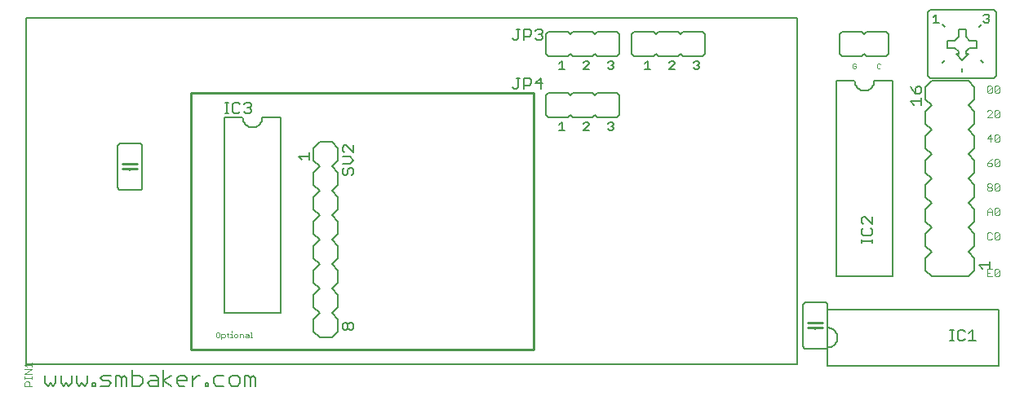
<source format=gto>
G75*
%MOIN*%
%OFA0B0*%
%FSLAX24Y24*%
%IPPOS*%
%LPD*%
%AMOC8*
5,1,8,0,0,1.08239X$1,22.5*
%
%ADD10C,0.0030*%
%ADD11C,0.0060*%
%ADD12C,0.0020*%
%ADD13C,0.0100*%
%ADD14C,0.0050*%
D10*
X000375Y002195D02*
X000375Y002340D01*
X000423Y002388D01*
X000520Y002388D01*
X000568Y002340D01*
X000568Y002195D01*
X000665Y002195D02*
X000375Y002195D01*
X000375Y002490D02*
X000375Y002586D01*
X000375Y002538D02*
X000665Y002538D01*
X000665Y002490D02*
X000665Y002586D01*
X000665Y002686D02*
X000375Y002686D01*
X000665Y002880D01*
X000375Y002880D01*
X000472Y002981D02*
X000375Y003077D01*
X000665Y003077D01*
X000665Y002981D02*
X000665Y003174D01*
X039695Y006695D02*
X039888Y006695D01*
X039990Y006743D02*
X040183Y006937D01*
X040183Y006743D01*
X040135Y006695D01*
X040038Y006695D01*
X039990Y006743D01*
X039990Y006937D01*
X040038Y006985D01*
X040135Y006985D01*
X040183Y006937D01*
X039888Y006985D02*
X039695Y006985D01*
X039695Y006695D01*
X039695Y006840D02*
X039792Y006840D01*
X039840Y008195D02*
X039888Y008243D01*
X039840Y008195D02*
X039743Y008195D01*
X039695Y008243D01*
X039695Y008437D01*
X039743Y008485D01*
X039840Y008485D01*
X039888Y008437D01*
X039990Y008437D02*
X040038Y008485D01*
X040135Y008485D01*
X040183Y008437D01*
X039990Y008243D01*
X040038Y008195D01*
X040135Y008195D01*
X040183Y008243D01*
X040183Y008437D01*
X039990Y008437D02*
X039990Y008243D01*
X040038Y009195D02*
X039990Y009243D01*
X040183Y009437D01*
X040183Y009243D01*
X040135Y009195D01*
X040038Y009195D01*
X039990Y009243D02*
X039990Y009437D01*
X040038Y009485D01*
X040135Y009485D01*
X040183Y009437D01*
X039888Y009388D02*
X039888Y009195D01*
X039888Y009340D02*
X039695Y009340D01*
X039695Y009388D02*
X039792Y009485D01*
X039888Y009388D01*
X039695Y009388D02*
X039695Y009195D01*
X039743Y010195D02*
X039695Y010243D01*
X039695Y010292D01*
X039743Y010340D01*
X039840Y010340D01*
X039888Y010292D01*
X039888Y010243D01*
X039840Y010195D01*
X039743Y010195D01*
X039743Y010340D02*
X039695Y010388D01*
X039695Y010437D01*
X039743Y010485D01*
X039840Y010485D01*
X039888Y010437D01*
X039888Y010388D01*
X039840Y010340D01*
X039990Y010243D02*
X040183Y010437D01*
X040183Y010243D01*
X040135Y010195D01*
X040038Y010195D01*
X039990Y010243D01*
X039990Y010437D01*
X040038Y010485D01*
X040135Y010485D01*
X040183Y010437D01*
X040135Y011195D02*
X040038Y011195D01*
X039990Y011243D01*
X040183Y011437D01*
X040183Y011243D01*
X040135Y011195D01*
X039990Y011243D02*
X039990Y011437D01*
X040038Y011485D01*
X040135Y011485D01*
X040183Y011437D01*
X039888Y011485D02*
X039792Y011437D01*
X039695Y011340D01*
X039840Y011340D01*
X039888Y011292D01*
X039888Y011243D01*
X039840Y011195D01*
X039743Y011195D01*
X039695Y011243D01*
X039695Y011340D01*
X039840Y012195D02*
X039840Y012485D01*
X039695Y012340D01*
X039888Y012340D01*
X039990Y012243D02*
X039990Y012437D01*
X040038Y012485D01*
X040135Y012485D01*
X040183Y012437D01*
X039990Y012243D01*
X040038Y012195D01*
X040135Y012195D01*
X040183Y012243D01*
X040183Y012437D01*
X040135Y013195D02*
X040038Y013195D01*
X039990Y013243D01*
X040183Y013437D01*
X040183Y013243D01*
X040135Y013195D01*
X039990Y013243D02*
X039990Y013437D01*
X040038Y013485D01*
X040135Y013485D01*
X040183Y013437D01*
X039888Y013437D02*
X039888Y013388D01*
X039695Y013195D01*
X039888Y013195D01*
X039888Y013437D02*
X039840Y013485D01*
X039743Y013485D01*
X039695Y013437D01*
X039743Y014195D02*
X039695Y014243D01*
X039888Y014437D01*
X039888Y014243D01*
X039840Y014195D01*
X039743Y014195D01*
X039695Y014243D02*
X039695Y014437D01*
X039743Y014485D01*
X039840Y014485D01*
X039888Y014437D01*
X039990Y014437D02*
X040038Y014485D01*
X040135Y014485D01*
X040183Y014437D01*
X039990Y014243D01*
X040038Y014195D01*
X040135Y014195D01*
X040183Y014243D01*
X040183Y014437D01*
X039990Y014437D02*
X039990Y014243D01*
D11*
X039180Y014430D02*
X039180Y013930D01*
X038930Y013680D01*
X039180Y013430D01*
X039180Y012930D01*
X038930Y012680D01*
X039180Y012430D01*
X039180Y011930D01*
X038930Y011680D01*
X039180Y011430D01*
X039180Y010930D01*
X038930Y010680D01*
X039180Y010430D01*
X039180Y009930D01*
X038930Y009680D01*
X039180Y009430D01*
X039180Y008930D01*
X038930Y008680D01*
X039180Y008430D01*
X039180Y007930D01*
X038930Y007680D01*
X039180Y007430D01*
X039180Y006930D01*
X038930Y006680D01*
X037430Y006680D01*
X037180Y006930D01*
X037180Y007430D01*
X037430Y007680D01*
X037180Y007930D01*
X037180Y008430D01*
X037430Y008680D01*
X037180Y008930D01*
X037180Y009430D01*
X037430Y009680D01*
X037180Y009930D01*
X037180Y010430D01*
X037430Y010680D01*
X037180Y010930D01*
X037180Y011430D01*
X037430Y011680D01*
X037180Y011930D01*
X037180Y012430D01*
X037430Y012680D01*
X037180Y012930D01*
X037180Y013430D01*
X037430Y013680D01*
X037180Y013930D01*
X037180Y014430D01*
X037430Y014680D01*
X038930Y014680D01*
X039180Y014430D01*
X039980Y014780D02*
X040080Y014880D01*
X040080Y017480D01*
X039980Y017580D01*
X037380Y017580D01*
X037280Y017480D01*
X037280Y014880D01*
X037380Y014780D01*
X039980Y014780D01*
X038680Y015060D02*
X038680Y015210D01*
X038680Y015530D02*
X038930Y015780D01*
X038830Y015780D01*
X038830Y015880D01*
X038980Y016030D01*
X039280Y016030D01*
X039280Y016330D01*
X038980Y016330D01*
X038830Y016480D01*
X038830Y016780D01*
X038530Y016780D01*
X038530Y016480D01*
X038380Y016330D01*
X038080Y016330D01*
X038080Y016030D01*
X038380Y016030D01*
X038530Y015880D01*
X038530Y015780D01*
X038430Y015780D01*
X038680Y015530D01*
X037980Y015530D02*
X037880Y015430D01*
X039430Y015530D02*
X039530Y015430D01*
X039380Y016880D02*
X039480Y016980D01*
X037980Y016880D02*
X037880Y016980D01*
X035680Y016580D02*
X035680Y015780D01*
X035580Y015680D01*
X034780Y015680D01*
X034680Y015780D01*
X034580Y015680D01*
X033780Y015680D01*
X033680Y015780D01*
X033680Y016580D01*
X033780Y016680D01*
X034580Y016680D01*
X034680Y016580D01*
X034780Y016680D01*
X035580Y016680D01*
X035680Y016580D01*
X035830Y014680D02*
X035080Y014680D01*
X035078Y014641D01*
X035072Y014602D01*
X035063Y014564D01*
X035050Y014527D01*
X035033Y014491D01*
X035013Y014458D01*
X034989Y014426D01*
X034963Y014397D01*
X034934Y014371D01*
X034902Y014347D01*
X034869Y014327D01*
X034833Y014310D01*
X034796Y014297D01*
X034758Y014288D01*
X034719Y014282D01*
X034680Y014280D01*
X034641Y014282D01*
X034602Y014288D01*
X034564Y014297D01*
X034527Y014310D01*
X034491Y014327D01*
X034458Y014347D01*
X034426Y014371D01*
X034397Y014397D01*
X034371Y014426D01*
X034347Y014458D01*
X034327Y014491D01*
X034310Y014527D01*
X034297Y014564D01*
X034288Y014602D01*
X034282Y014641D01*
X034280Y014680D01*
X033530Y014680D01*
X033530Y006680D01*
X035830Y006680D01*
X035830Y014680D01*
X028180Y015780D02*
X028080Y015680D01*
X027280Y015680D01*
X027180Y015780D01*
X027080Y015680D01*
X026280Y015680D01*
X026180Y015780D01*
X026080Y015680D01*
X025280Y015680D01*
X025180Y015780D01*
X025180Y016580D01*
X025280Y016680D01*
X026080Y016680D01*
X026180Y016580D01*
X026280Y016680D01*
X027080Y016680D01*
X027180Y016580D01*
X027280Y016680D01*
X028080Y016680D01*
X028180Y016580D01*
X028180Y015780D01*
X024680Y015780D02*
X024580Y015680D01*
X023780Y015680D01*
X023680Y015780D01*
X023580Y015680D01*
X022780Y015680D01*
X022680Y015780D01*
X022580Y015680D01*
X021780Y015680D01*
X021680Y015780D01*
X021680Y016580D01*
X021780Y016680D01*
X022580Y016680D01*
X022680Y016580D01*
X022780Y016680D01*
X023580Y016680D01*
X023680Y016580D01*
X023780Y016680D01*
X024580Y016680D01*
X024680Y016580D01*
X024680Y015780D01*
X024580Y014180D02*
X023780Y014180D01*
X023680Y014080D01*
X023580Y014180D01*
X022780Y014180D01*
X022680Y014080D01*
X022580Y014180D01*
X021780Y014180D01*
X021680Y014080D01*
X021680Y013280D01*
X021780Y013180D01*
X022580Y013180D01*
X022680Y013280D01*
X022780Y013180D01*
X023580Y013180D01*
X023680Y013280D01*
X023780Y013180D01*
X024580Y013180D01*
X024680Y013280D01*
X024680Y014080D01*
X024580Y014180D01*
X013180Y011930D02*
X013180Y011430D01*
X012930Y011180D01*
X013180Y010930D01*
X013180Y010430D01*
X012930Y010180D01*
X013180Y009930D01*
X013180Y009430D01*
X012930Y009180D01*
X013180Y008930D01*
X013180Y008430D01*
X012930Y008180D01*
X013180Y007930D01*
X013180Y007430D01*
X012930Y007180D01*
X013180Y006930D01*
X013180Y006430D01*
X012930Y006180D01*
X013180Y005930D01*
X013180Y005430D01*
X012930Y005180D01*
X013180Y004930D01*
X013180Y004430D01*
X012930Y004180D01*
X012430Y004180D01*
X012180Y004430D01*
X012180Y004930D01*
X012430Y005180D01*
X012180Y005430D01*
X012180Y005930D01*
X012430Y006180D01*
X012180Y006430D01*
X012180Y006930D01*
X012430Y007180D01*
X012180Y007430D01*
X012180Y007930D01*
X012430Y008180D01*
X012180Y008430D01*
X012180Y008930D01*
X012430Y009180D01*
X012180Y009430D01*
X012180Y009930D01*
X012430Y010180D01*
X012180Y010430D01*
X012180Y010930D01*
X012430Y011180D01*
X012180Y011430D01*
X012180Y011930D01*
X012430Y012180D01*
X012930Y012180D01*
X013180Y011930D01*
X010830Y013180D02*
X010080Y013180D01*
X010078Y013141D01*
X010072Y013102D01*
X010063Y013064D01*
X010050Y013027D01*
X010033Y012991D01*
X010013Y012958D01*
X009989Y012926D01*
X009963Y012897D01*
X009934Y012871D01*
X009902Y012847D01*
X009869Y012827D01*
X009833Y012810D01*
X009796Y012797D01*
X009758Y012788D01*
X009719Y012782D01*
X009680Y012780D01*
X009641Y012782D01*
X009602Y012788D01*
X009564Y012797D01*
X009527Y012810D01*
X009491Y012827D01*
X009458Y012847D01*
X009426Y012871D01*
X009397Y012897D01*
X009371Y012926D01*
X009347Y012958D01*
X009327Y012991D01*
X009310Y013027D01*
X009297Y013064D01*
X009288Y013102D01*
X009282Y013141D01*
X009280Y013180D01*
X008530Y013180D01*
X008530Y005180D01*
X010830Y005180D01*
X010830Y013180D01*
X005180Y012030D02*
X005180Y010330D01*
X005178Y010313D01*
X005174Y010296D01*
X005167Y010280D01*
X005157Y010266D01*
X005144Y010253D01*
X005130Y010243D01*
X005114Y010236D01*
X005097Y010232D01*
X005080Y010230D01*
X004280Y010230D01*
X004263Y010232D01*
X004246Y010236D01*
X004230Y010243D01*
X004216Y010253D01*
X004203Y010266D01*
X004193Y010280D01*
X004186Y010296D01*
X004182Y010313D01*
X004180Y010330D01*
X004180Y012030D01*
X004182Y012047D01*
X004186Y012064D01*
X004193Y012080D01*
X004203Y012094D01*
X004216Y012107D01*
X004230Y012117D01*
X004246Y012124D01*
X004263Y012128D01*
X004280Y012130D01*
X005080Y012130D01*
X005097Y012128D01*
X005114Y012124D01*
X005130Y012117D01*
X005144Y012107D01*
X005157Y012094D01*
X005167Y012080D01*
X005174Y012064D01*
X005178Y012047D01*
X005180Y012030D01*
X004680Y011330D02*
X004680Y011280D01*
X004680Y011080D02*
X004680Y011030D01*
X004755Y002851D02*
X004755Y002210D01*
X005075Y002210D01*
X005182Y002317D01*
X005182Y002530D01*
X005075Y002637D01*
X004755Y002637D01*
X004538Y002530D02*
X004538Y002210D01*
X004324Y002210D02*
X004324Y002530D01*
X004431Y002637D01*
X004538Y002530D01*
X004324Y002530D02*
X004217Y002637D01*
X004110Y002637D01*
X004110Y002210D01*
X003893Y002317D02*
X003786Y002424D01*
X003573Y002424D01*
X003466Y002530D01*
X003573Y002637D01*
X003893Y002637D01*
X003893Y002317D02*
X003786Y002210D01*
X003466Y002210D01*
X003250Y002210D02*
X003144Y002210D01*
X003144Y002317D01*
X003250Y002317D01*
X003250Y002210D01*
X002926Y002317D02*
X002926Y002637D01*
X002499Y002637D02*
X002499Y002317D01*
X002606Y002210D01*
X002713Y002317D01*
X002819Y002210D01*
X002926Y002317D01*
X002282Y002317D02*
X002282Y002637D01*
X001855Y002637D02*
X001855Y002317D01*
X001961Y002210D01*
X002068Y002317D01*
X002175Y002210D01*
X002282Y002317D01*
X001637Y002317D02*
X001637Y002637D01*
X001637Y002317D02*
X001530Y002210D01*
X001424Y002317D01*
X001317Y002210D01*
X001210Y002317D01*
X001210Y002637D01*
X005400Y002317D02*
X005506Y002424D01*
X005827Y002424D01*
X005827Y002530D02*
X005720Y002637D01*
X005506Y002637D01*
X005827Y002530D02*
X005827Y002210D01*
X005506Y002210D01*
X005400Y002317D01*
X006044Y002424D02*
X006364Y002637D01*
X006581Y002530D02*
X006688Y002637D01*
X006902Y002637D01*
X007008Y002530D01*
X007008Y002424D01*
X006581Y002424D01*
X006581Y002530D02*
X006581Y002317D01*
X006688Y002210D01*
X006902Y002210D01*
X007226Y002210D02*
X007226Y002637D01*
X007226Y002424D02*
X007439Y002637D01*
X007546Y002637D01*
X008085Y002530D02*
X008085Y002317D01*
X008192Y002210D01*
X008512Y002210D01*
X008730Y002317D02*
X008837Y002210D01*
X009050Y002210D01*
X009157Y002317D01*
X009157Y002530D01*
X009050Y002637D01*
X008837Y002637D01*
X008730Y002530D01*
X008730Y002317D01*
X009374Y002210D02*
X009374Y002637D01*
X009481Y002637D01*
X009588Y002530D01*
X009695Y002637D01*
X009801Y002530D01*
X009801Y002210D01*
X009588Y002210D02*
X009588Y002530D01*
X008512Y002637D02*
X008192Y002637D01*
X008085Y002530D01*
X007870Y002317D02*
X007763Y002317D01*
X007763Y002210D01*
X007870Y002210D01*
X007870Y002317D01*
X006364Y002210D02*
X006044Y002424D01*
X006044Y002210D02*
X006044Y002851D01*
X032180Y003830D02*
X032180Y005530D01*
X032182Y005547D01*
X032186Y005564D01*
X032193Y005580D01*
X032203Y005594D01*
X032216Y005607D01*
X032230Y005617D01*
X032246Y005624D01*
X032263Y005628D01*
X032280Y005630D01*
X033080Y005630D01*
X033097Y005628D01*
X033114Y005624D01*
X033130Y005617D01*
X033144Y005607D01*
X033157Y005594D01*
X033167Y005580D01*
X033174Y005564D01*
X033178Y005547D01*
X033180Y005530D01*
X033180Y003830D01*
X033180Y003780D02*
X033180Y003030D01*
X040180Y003030D01*
X040180Y005330D01*
X033180Y005330D01*
X033180Y004580D01*
X033219Y004578D01*
X033258Y004572D01*
X033296Y004563D01*
X033333Y004550D01*
X033369Y004533D01*
X033402Y004513D01*
X033434Y004489D01*
X033463Y004463D01*
X033489Y004434D01*
X033513Y004402D01*
X033533Y004369D01*
X033550Y004333D01*
X033563Y004296D01*
X033572Y004258D01*
X033578Y004219D01*
X033580Y004180D01*
X033578Y004141D01*
X033572Y004102D01*
X033563Y004064D01*
X033550Y004027D01*
X033533Y003991D01*
X033513Y003958D01*
X033489Y003926D01*
X033463Y003897D01*
X033434Y003871D01*
X033402Y003847D01*
X033369Y003827D01*
X033333Y003810D01*
X033296Y003797D01*
X033258Y003788D01*
X033219Y003782D01*
X033180Y003780D01*
X033080Y003730D02*
X032280Y003730D01*
X032263Y003732D01*
X032246Y003736D01*
X032230Y003743D01*
X032216Y003753D01*
X032203Y003766D01*
X032193Y003780D01*
X032186Y003796D01*
X032182Y003813D01*
X032180Y003830D01*
X033080Y003730D02*
X033097Y003732D01*
X033114Y003736D01*
X033130Y003743D01*
X033144Y003753D01*
X033157Y003766D01*
X033167Y003780D01*
X033174Y003796D01*
X033178Y003813D01*
X033180Y003830D01*
X032680Y004530D02*
X032680Y004580D01*
X032680Y004780D02*
X032680Y004830D01*
D12*
X009663Y004190D02*
X009590Y004190D01*
X009626Y004190D02*
X009626Y004410D01*
X009590Y004410D01*
X009515Y004300D02*
X009515Y004190D01*
X009405Y004190D01*
X009369Y004227D01*
X009405Y004263D01*
X009515Y004263D01*
X009515Y004300D02*
X009479Y004337D01*
X009405Y004337D01*
X009294Y004300D02*
X009294Y004190D01*
X009294Y004300D02*
X009258Y004337D01*
X009148Y004337D01*
X009148Y004190D01*
X009073Y004227D02*
X009073Y004300D01*
X009037Y004337D01*
X008963Y004337D01*
X008927Y004300D01*
X008927Y004227D01*
X008963Y004190D01*
X009037Y004190D01*
X009073Y004227D01*
X008853Y004190D02*
X008779Y004190D01*
X008816Y004190D02*
X008816Y004337D01*
X008779Y004337D01*
X008705Y004337D02*
X008632Y004337D01*
X008669Y004373D02*
X008669Y004227D01*
X008705Y004190D01*
X008558Y004227D02*
X008558Y004300D01*
X008521Y004337D01*
X008411Y004337D01*
X008411Y004117D01*
X008411Y004190D02*
X008521Y004190D01*
X008558Y004227D01*
X008337Y004227D02*
X008337Y004373D01*
X008300Y004410D01*
X008227Y004410D01*
X008190Y004373D01*
X008190Y004227D01*
X008227Y004190D01*
X008300Y004190D01*
X008337Y004227D01*
X008816Y004410D02*
X008816Y004447D01*
X034190Y015227D02*
X034190Y015373D01*
X034227Y015410D01*
X034300Y015410D01*
X034337Y015373D01*
X034337Y015300D02*
X034263Y015300D01*
X034337Y015300D02*
X034337Y015227D01*
X034300Y015190D01*
X034227Y015190D01*
X034190Y015227D01*
X035190Y015227D02*
X035227Y015190D01*
X035300Y015190D01*
X035337Y015227D01*
X035337Y015373D02*
X035300Y015410D01*
X035227Y015410D01*
X035190Y015373D01*
X035190Y015227D01*
D13*
X021180Y014180D02*
X007180Y014180D01*
X007180Y003680D01*
X021180Y003680D01*
X021180Y014180D01*
X004980Y011280D02*
X004680Y011280D01*
X004380Y011280D01*
X004380Y011080D02*
X004680Y011080D01*
X004980Y011080D01*
X032380Y004780D02*
X032680Y004780D01*
X032980Y004780D01*
X032980Y004580D02*
X032680Y004580D01*
X032380Y004580D01*
D14*
X031928Y003094D02*
X031928Y017266D01*
X000432Y017266D01*
X000432Y003094D01*
X031928Y003094D01*
X038177Y004055D02*
X038327Y004055D01*
X038252Y004055D02*
X038252Y004505D01*
X038177Y004505D02*
X038327Y004505D01*
X038484Y004430D02*
X038484Y004130D01*
X038559Y004055D01*
X038709Y004055D01*
X038784Y004130D01*
X038945Y004055D02*
X039245Y004055D01*
X039095Y004055D02*
X039095Y004505D01*
X038945Y004355D01*
X038784Y004430D02*
X038709Y004505D01*
X038559Y004505D01*
X038484Y004430D01*
X039505Y007005D02*
X039355Y007155D01*
X039805Y007155D01*
X039805Y007005D02*
X039805Y007305D01*
X035005Y008055D02*
X035005Y008205D01*
X035005Y008130D02*
X034555Y008130D01*
X034555Y008055D02*
X034555Y008205D01*
X034630Y008362D02*
X034930Y008362D01*
X035005Y008437D01*
X035005Y008587D01*
X034930Y008662D01*
X035005Y008822D02*
X034705Y009123D01*
X034630Y009123D01*
X034555Y009048D01*
X034555Y008897D01*
X034630Y008822D01*
X034630Y008662D02*
X034555Y008587D01*
X034555Y008437D01*
X034630Y008362D01*
X035005Y008822D02*
X035005Y009123D01*
X036705Y013705D02*
X036555Y013855D01*
X037005Y013855D01*
X037005Y013705D02*
X037005Y014005D01*
X036930Y014165D02*
X037005Y014240D01*
X037005Y014391D01*
X036930Y014466D01*
X036855Y014466D01*
X036780Y014391D01*
X036780Y014165D01*
X036930Y014165D01*
X036780Y014165D02*
X036630Y014316D01*
X036555Y014466D01*
X037496Y017065D02*
X037723Y017065D01*
X037609Y017065D02*
X037609Y017405D01*
X037496Y017292D01*
X039546Y017349D02*
X039603Y017405D01*
X039716Y017405D01*
X039773Y017349D01*
X039773Y017292D01*
X039716Y017235D01*
X039773Y017178D01*
X039773Y017122D01*
X039716Y017065D01*
X039603Y017065D01*
X039546Y017122D01*
X039659Y017235D02*
X039716Y017235D01*
X027932Y015439D02*
X027932Y015382D01*
X027875Y015325D01*
X027932Y015268D01*
X027932Y015212D01*
X027875Y015155D01*
X027762Y015155D01*
X027705Y015212D01*
X027818Y015325D02*
X027875Y015325D01*
X027932Y015439D02*
X027875Y015495D01*
X027762Y015495D01*
X027705Y015439D01*
X026932Y015439D02*
X026875Y015495D01*
X026762Y015495D01*
X026705Y015439D01*
X026932Y015439D02*
X026932Y015382D01*
X026705Y015155D01*
X026932Y015155D01*
X025932Y015155D02*
X025705Y015155D01*
X025818Y015155D02*
X025818Y015495D01*
X025705Y015382D01*
X024432Y015382D02*
X024375Y015325D01*
X024432Y015268D01*
X024432Y015212D01*
X024375Y015155D01*
X024262Y015155D01*
X024205Y015212D01*
X024318Y015325D02*
X024375Y015325D01*
X024432Y015382D02*
X024432Y015439D01*
X024375Y015495D01*
X024262Y015495D01*
X024205Y015439D01*
X023432Y015439D02*
X023375Y015495D01*
X023262Y015495D01*
X023205Y015439D01*
X023432Y015439D02*
X023432Y015382D01*
X023205Y015155D01*
X023432Y015155D01*
X022432Y015155D02*
X022205Y015155D01*
X022318Y015155D02*
X022318Y015495D01*
X022205Y015382D01*
X021451Y014805D02*
X021226Y014580D01*
X021526Y014580D01*
X021451Y014355D02*
X021451Y014805D01*
X021066Y014730D02*
X021066Y014580D01*
X020991Y014505D01*
X020765Y014505D01*
X020765Y014355D02*
X020765Y014805D01*
X020991Y014805D01*
X021066Y014730D01*
X020605Y014805D02*
X020455Y014805D01*
X020530Y014805D02*
X020530Y014430D01*
X020455Y014355D01*
X020380Y014355D01*
X020305Y014430D01*
X022205Y012882D02*
X022318Y012995D01*
X022318Y012655D01*
X022205Y012655D02*
X022432Y012655D01*
X023205Y012655D02*
X023432Y012882D01*
X023432Y012939D01*
X023375Y012995D01*
X023262Y012995D01*
X023205Y012939D01*
X023205Y012655D02*
X023432Y012655D01*
X024205Y012712D02*
X024262Y012655D01*
X024375Y012655D01*
X024432Y012712D01*
X024432Y012768D01*
X024375Y012825D01*
X024318Y012825D01*
X024375Y012825D02*
X024432Y012882D01*
X024432Y012939D01*
X024375Y012995D01*
X024262Y012995D01*
X024205Y012939D01*
X021451Y016355D02*
X021301Y016355D01*
X021226Y016430D01*
X021376Y016580D02*
X021451Y016580D01*
X021526Y016505D01*
X021526Y016430D01*
X021451Y016355D01*
X021451Y016580D02*
X021526Y016655D01*
X021526Y016730D01*
X021451Y016805D01*
X021301Y016805D01*
X021226Y016730D01*
X021066Y016730D02*
X021066Y016580D01*
X020991Y016505D01*
X020765Y016505D01*
X020765Y016355D02*
X020765Y016805D01*
X020991Y016805D01*
X021066Y016730D01*
X020605Y016805D02*
X020455Y016805D01*
X020530Y016805D02*
X020530Y016430D01*
X020455Y016355D01*
X020380Y016355D01*
X020305Y016430D01*
X018630Y017260D02*
X000430Y017260D01*
X000430Y003100D01*
X018630Y003100D01*
X013805Y004570D02*
X013730Y004495D01*
X013655Y004495D01*
X013580Y004570D01*
X013580Y004720D01*
X013655Y004795D01*
X013730Y004795D01*
X013805Y004720D01*
X013805Y004570D01*
X013580Y004570D02*
X013505Y004495D01*
X013430Y004495D01*
X013355Y004570D01*
X013355Y004720D01*
X013430Y004795D01*
X013505Y004795D01*
X013580Y004720D01*
X013505Y010824D02*
X013430Y010824D01*
X013355Y010899D01*
X013355Y011049D01*
X013430Y011124D01*
X013580Y011049D02*
X013655Y011124D01*
X013730Y011124D01*
X013805Y011049D01*
X013805Y010899D01*
X013730Y010824D01*
X013580Y010899D02*
X013505Y010824D01*
X013580Y010899D02*
X013580Y011049D01*
X013655Y011284D02*
X013355Y011284D01*
X013655Y011284D02*
X013805Y011434D01*
X013655Y011584D01*
X013355Y011584D01*
X013430Y011745D02*
X013355Y011820D01*
X013355Y011970D01*
X013430Y012045D01*
X013505Y012045D01*
X013805Y011745D01*
X013805Y012045D01*
X012005Y011745D02*
X012005Y011445D01*
X012005Y011595D02*
X011555Y011595D01*
X011705Y011445D01*
X009623Y013430D02*
X009548Y013355D01*
X009397Y013355D01*
X009322Y013430D01*
X009162Y013430D02*
X009087Y013355D01*
X008937Y013355D01*
X008862Y013430D01*
X008862Y013730D01*
X008937Y013805D01*
X009087Y013805D01*
X009162Y013730D01*
X009322Y013730D02*
X009397Y013805D01*
X009548Y013805D01*
X009623Y013730D01*
X009623Y013655D01*
X009548Y013580D01*
X009623Y013505D01*
X009623Y013430D01*
X009548Y013580D02*
X009472Y013580D01*
X008705Y013355D02*
X008555Y013355D01*
X008630Y013355D02*
X008630Y013805D01*
X008555Y013805D02*
X008705Y013805D01*
M02*

</source>
